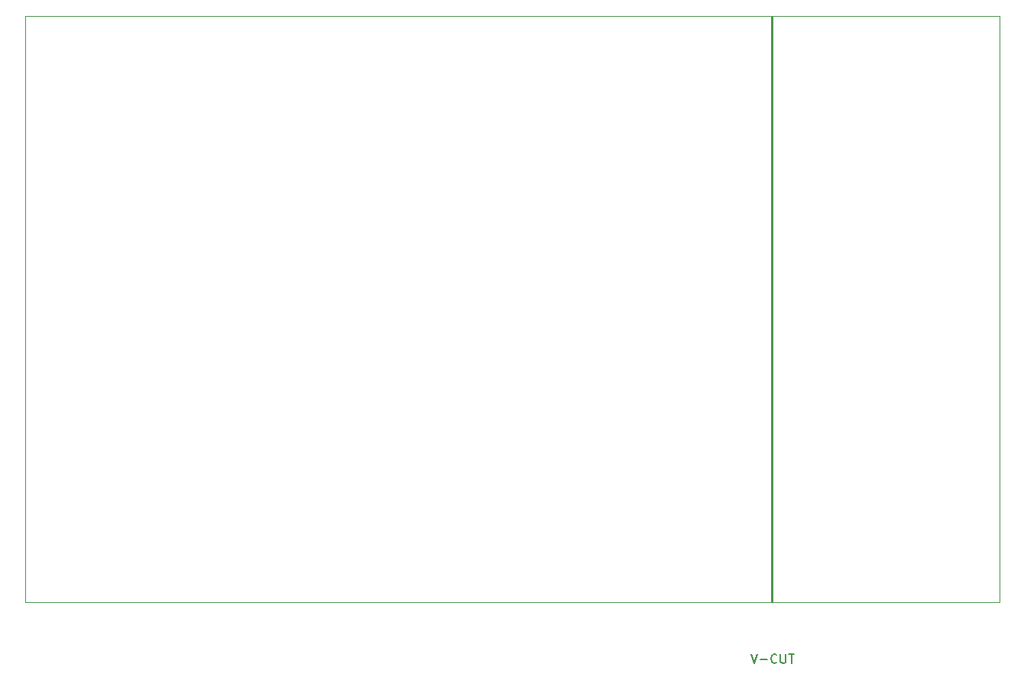
<source format=gbr>
G04 #@! TF.GenerationSoftware,KiCad,Pcbnew,8.0.6*
G04 #@! TF.CreationDate,2025-12-26T07:32:45-05:00*
G04 #@! TF.ProjectId,pcb_moonratII,7063625f-6d6f-46f6-9e72-617449492e6b,1.0*
G04 #@! TF.SameCoordinates,Original*
G04 #@! TF.FileFunction,Other,User*
%FSLAX46Y46*%
G04 Gerber Fmt 4.6, Leading zero omitted, Abs format (unit mm)*
G04 Created by KiCad (PCBNEW 8.0.6) date 2025-12-26 07:32:45*
%MOMM*%
%LPD*%
G01*
G04 APERTURE LIST*
%ADD10C,0.250000*%
%ADD11C,0.150000*%
G04 #@! TA.AperFunction,Profile*
%ADD12C,0.100000*%
G04 #@! TD*
G04 APERTURE END LIST*
D10*
X132800000Y-149900000D02*
X132800000Y-85100000D01*
D11*
X130493922Y-155769819D02*
X130827255Y-156769819D01*
X130827255Y-156769819D02*
X131160588Y-155769819D01*
X131493922Y-156388866D02*
X132255827Y-156388866D01*
X133303445Y-156674580D02*
X133255826Y-156722200D01*
X133255826Y-156722200D02*
X133112969Y-156769819D01*
X133112969Y-156769819D02*
X133017731Y-156769819D01*
X133017731Y-156769819D02*
X132874874Y-156722200D01*
X132874874Y-156722200D02*
X132779636Y-156626961D01*
X132779636Y-156626961D02*
X132732017Y-156531723D01*
X132732017Y-156531723D02*
X132684398Y-156341247D01*
X132684398Y-156341247D02*
X132684398Y-156198390D01*
X132684398Y-156198390D02*
X132732017Y-156007914D01*
X132732017Y-156007914D02*
X132779636Y-155912676D01*
X132779636Y-155912676D02*
X132874874Y-155817438D01*
X132874874Y-155817438D02*
X133017731Y-155769819D01*
X133017731Y-155769819D02*
X133112969Y-155769819D01*
X133112969Y-155769819D02*
X133255826Y-155817438D01*
X133255826Y-155817438D02*
X133303445Y-155865057D01*
X133732017Y-155769819D02*
X133732017Y-156579342D01*
X133732017Y-156579342D02*
X133779636Y-156674580D01*
X133779636Y-156674580D02*
X133827255Y-156722200D01*
X133827255Y-156722200D02*
X133922493Y-156769819D01*
X133922493Y-156769819D02*
X134112969Y-156769819D01*
X134112969Y-156769819D02*
X134208207Y-156722200D01*
X134208207Y-156722200D02*
X134255826Y-156674580D01*
X134255826Y-156674580D02*
X134303445Y-156579342D01*
X134303445Y-156579342D02*
X134303445Y-155769819D01*
X134636779Y-155769819D02*
X135208207Y-155769819D01*
X134922493Y-156769819D02*
X134922493Y-155769819D01*
D12*
X50000000Y-150000000D02*
X158000000Y-150000000D01*
X158000000Y-85000000D02*
X50000000Y-85000000D01*
X50000000Y-85000000D02*
X50000000Y-150000000D01*
X158000000Y-150000000D02*
X158000000Y-85000000D01*
M02*

</source>
